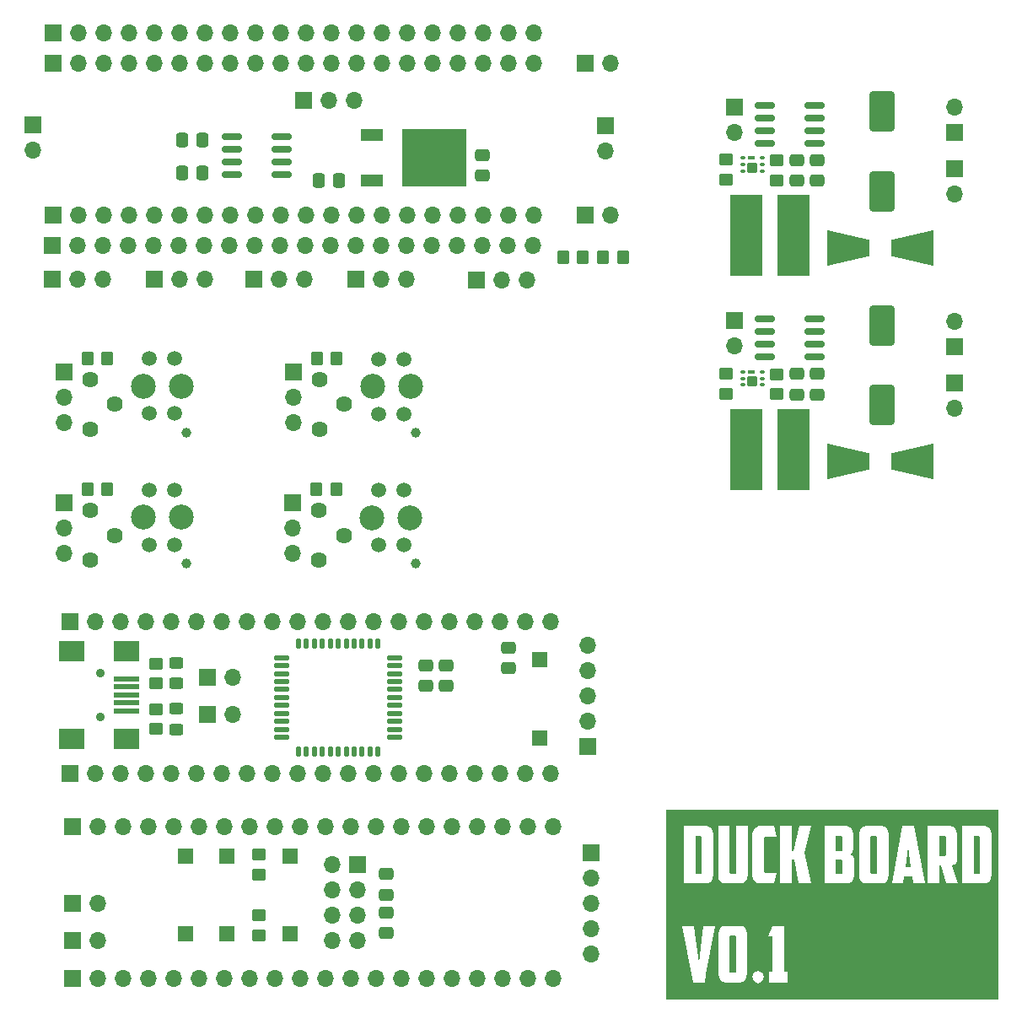
<source format=gbr>
%TF.GenerationSoftware,KiCad,Pcbnew,6.0.7+dfsg-1~bpo11+1*%
%TF.CreationDate,2022-09-15T22:54:34-04:00*%
%TF.ProjectId,COMPLETE_PCB,434f4d50-4c45-4544-955f-5043422e6b69,rev?*%
%TF.SameCoordinates,Original*%
%TF.FileFunction,Soldermask,Top*%
%TF.FilePolarity,Negative*%
%FSLAX46Y46*%
G04 Gerber Fmt 4.6, Leading zero omitted, Abs format (unit mm)*
G04 Created by KiCad (PCBNEW 6.0.7+dfsg-1~bpo11+1) date 2022-09-15 22:54:34*
%MOMM*%
%LPD*%
G01*
G04 APERTURE LIST*
G04 Aperture macros list*
%AMRoundRect*
0 Rectangle with rounded corners*
0 $1 Rounding radius*
0 $2 $3 $4 $5 $6 $7 $8 $9 X,Y pos of 4 corners*
0 Add a 4 corners polygon primitive as box body*
4,1,4,$2,$3,$4,$5,$6,$7,$8,$9,$2,$3,0*
0 Add four circle primitives for the rounded corners*
1,1,$1+$1,$2,$3*
1,1,$1+$1,$4,$5*
1,1,$1+$1,$6,$7*
1,1,$1+$1,$8,$9*
0 Add four rect primitives between the rounded corners*
20,1,$1+$1,$2,$3,$4,$5,0*
20,1,$1+$1,$4,$5,$6,$7,0*
20,1,$1+$1,$6,$7,$8,$9,0*
20,1,$1+$1,$8,$9,$2,$3,0*%
%AMOutline4P*
0 Free polygon, 4 corners , with rotation*
0 The origin of the aperture is its center*
0 number of corners: always 4*
0 $1 to $8 corner X, Y*
0 $9 Rotation angle, in degrees counterclockwise*
0 create outline with 4 corners*
4,1,4,$1,$2,$3,$4,$5,$6,$7,$8,$1,$2,$9*%
G04 Aperture macros list end*
%ADD10O,1.700000X1.700000*%
%ADD11R,1.700000X1.700000*%
%ADD12R,1.500000X1.500000*%
%ADD13RoundRect,0.250000X-0.450000X0.325000X-0.450000X-0.325000X0.450000X-0.325000X0.450000X0.325000X0*%
%ADD14RoundRect,0.250000X-0.475000X0.337500X-0.475000X-0.337500X0.475000X-0.337500X0.475000X0.337500X0*%
%ADD15RoundRect,0.250000X-0.450000X0.350000X-0.450000X-0.350000X0.450000X-0.350000X0.450000X0.350000X0*%
%ADD16RoundRect,0.250000X0.475000X-0.337500X0.475000X0.337500X-0.475000X0.337500X-0.475000X-0.337500X0*%
%ADD17RoundRect,0.137500X0.137500X-0.362500X0.137500X0.362500X-0.137500X0.362500X-0.137500X-0.362500X0*%
%ADD18RoundRect,0.137500X0.600000X-0.137500X0.600000X0.137500X-0.600000X0.137500X-0.600000X-0.137500X0*%
%ADD19RoundRect,0.250000X0.450000X-0.350000X0.450000X0.350000X-0.450000X0.350000X-0.450000X-0.350000X0*%
%ADD20RoundRect,0.250000X0.450000X-0.325000X0.450000X0.325000X-0.450000X0.325000X-0.450000X-0.325000X0*%
%ADD21C,0.900000*%
%ADD22R,2.500000X0.500000*%
%ADD23R,2.500000X2.000000*%
%ADD24R,2.200000X1.200000*%
%ADD25R,6.400000X5.800000*%
%ADD26RoundRect,0.250000X0.337500X0.475000X-0.337500X0.475000X-0.337500X-0.475000X0.337500X-0.475000X0*%
%ADD27C,1.000000*%
%ADD28C,2.500000*%
%ADD29C,1.500000*%
%ADD30C,1.620000*%
%ADD31RoundRect,0.250000X-0.350000X-0.450000X0.350000X-0.450000X0.350000X0.450000X-0.350000X0.450000X0*%
%ADD32RoundRect,0.250000X0.350000X0.450000X-0.350000X0.450000X-0.350000X-0.450000X0.350000X-0.450000X0*%
%ADD33RoundRect,0.150000X-0.825000X-0.150000X0.825000X-0.150000X0.825000X0.150000X-0.825000X0.150000X0*%
%ADD34RoundRect,0.050100X0.174900X0.099900X-0.174900X0.099900X-0.174900X-0.099900X0.174900X-0.099900X0*%
%ADD35RoundRect,0.050100X0.324900X0.099900X-0.324900X0.099900X-0.324900X-0.099900X0.324900X-0.099900X0*%
%ADD36RoundRect,0.050350X0.449650X0.424650X-0.449650X0.424650X-0.449650X-0.424650X0.449650X-0.424650X0*%
%ADD37RoundRect,0.150000X0.825000X0.150000X-0.825000X0.150000X-0.825000X-0.150000X0.825000X-0.150000X0*%
%ADD38R,3.300000X8.200000*%
%ADD39RoundRect,0.250000X1.000000X-1.750000X1.000000X1.750000X-1.000000X1.750000X-1.000000X-1.750000X0*%
%ADD40Outline4P,-2.150000X-1.800000X2.150000X-0.800000X2.150000X0.800000X-2.150000X1.800000X180.000000*%
%ADD41Outline4P,-2.150000X-1.800000X2.150000X-0.800000X2.150000X0.800000X-2.150000X1.800000X0.000000*%
G04 APERTURE END LIST*
%TO.C,kibuzzard-6323E4DF*%
G36*
X90288018Y-101688972D02*
G01*
X123631982Y-101688972D01*
X123631982Y-120751028D01*
X90288018Y-120751028D01*
X90288018Y-113349537D01*
X91941663Y-113349537D01*
X92989570Y-119019180D01*
X94170420Y-119019180D01*
X94314959Y-118237161D01*
X95531134Y-118237161D01*
X95718819Y-118796305D01*
X95957335Y-118963461D01*
X96297513Y-119019180D01*
X97689508Y-119019180D01*
X98029687Y-118963461D01*
X98268203Y-118796305D01*
X98369264Y-118495227D01*
X98925099Y-118495227D01*
X99104964Y-118921428D01*
X99535075Y-119097382D01*
X99965186Y-118921428D01*
X100145050Y-118495227D01*
X99965186Y-118065116D01*
X99864462Y-118022995D01*
X99535075Y-117885252D01*
X99104964Y-118065116D01*
X98925099Y-118495227D01*
X98369264Y-118495227D01*
X98455888Y-118237161D01*
X98455888Y-114405264D01*
X100512599Y-114405264D01*
X100981811Y-114405264D01*
X100981811Y-117963454D01*
X100614262Y-117963454D01*
X100614262Y-119019180D01*
X102530210Y-119019180D01*
X102530210Y-117963454D01*
X102147021Y-117963454D01*
X102147021Y-113349537D01*
X100934890Y-113349537D01*
X100512599Y-114405264D01*
X98455888Y-114405264D01*
X98455888Y-114131557D01*
X98268203Y-113572413D01*
X98029687Y-113405256D01*
X97689508Y-113349537D01*
X96297513Y-113349537D01*
X95957335Y-113405256D01*
X95718819Y-113572413D01*
X95531134Y-114131557D01*
X95531134Y-118237161D01*
X94314959Y-118237161D01*
X95218326Y-113349537D01*
X94068757Y-113349537D01*
X93967095Y-114061175D01*
X93576085Y-117009390D01*
X93192895Y-114076816D01*
X93091232Y-113349537D01*
X91941663Y-113349537D01*
X90288018Y-113349537D01*
X90288018Y-109097305D01*
X92101587Y-109097305D01*
X94141524Y-109097305D01*
X94566180Y-109045712D01*
X94840024Y-108890930D01*
X94988852Y-108617087D01*
X95038462Y-108208305D01*
X95514712Y-108208305D01*
X95564321Y-108617087D01*
X95713149Y-108890930D01*
X95986993Y-109045712D01*
X96411649Y-109097305D01*
X97594337Y-109097305D01*
X98018993Y-109045712D01*
X98292837Y-108890930D01*
X98441665Y-108617087D01*
X98491274Y-108208305D01*
X98967524Y-108208305D01*
X99017133Y-108617087D01*
X99165962Y-108890930D01*
X99439805Y-109045712D01*
X99864462Y-109097305D01*
X101150337Y-109097305D01*
X101753587Y-109097305D01*
X102928337Y-109097305D01*
X102928337Y-106723993D01*
X103158524Y-106723993D01*
X103610962Y-109097305D01*
X104873024Y-109097305D01*
X106190649Y-109097305D01*
X108278212Y-109097305D01*
X108702868Y-109045712D01*
X108976712Y-108890930D01*
X109125540Y-108617087D01*
X109166479Y-108279743D01*
X109651399Y-108279743D01*
X109691087Y-108593274D01*
X109826024Y-108851243D01*
X110080024Y-109029837D01*
X110476899Y-109097305D01*
X111810399Y-109097305D01*
X112953399Y-109097305D01*
X114112274Y-109097305D01*
X114215462Y-108382930D01*
X115001274Y-108382930D01*
X115104462Y-109097305D01*
X116263337Y-109097305D01*
X116580837Y-109097305D01*
X117731774Y-109097305D01*
X117731774Y-107263743D01*
X117882587Y-107263743D01*
X118438212Y-109097305D01*
X119628837Y-109097305D01*
X120033649Y-109097305D01*
X122073587Y-109097305D01*
X122498243Y-109045712D01*
X122772087Y-108890930D01*
X122920915Y-108617087D01*
X122970524Y-108208305D01*
X122970524Y-104041118D01*
X122799868Y-103533118D01*
X122287899Y-103342618D01*
X120033649Y-103342618D01*
X120033649Y-109097305D01*
X119628837Y-109097305D01*
X119025587Y-107263743D01*
X119410555Y-107104993D01*
X119541524Y-106755743D01*
X119541524Y-104088743D01*
X119354993Y-103545024D01*
X119113891Y-103393219D01*
X118763649Y-103342618D01*
X116580837Y-103342618D01*
X116580837Y-109097305D01*
X116263337Y-109097305D01*
X115223524Y-103342618D01*
X113993212Y-103342618D01*
X112953399Y-109097305D01*
X111810399Y-109097305D01*
X112207274Y-109029837D01*
X112461274Y-108851243D01*
X112596212Y-108593274D01*
X112635899Y-108279743D01*
X112635899Y-104088743D01*
X112449368Y-103545024D01*
X112208266Y-103393219D01*
X111858024Y-103342618D01*
X110429274Y-103342618D01*
X110079032Y-103393219D01*
X109837930Y-103545024D01*
X109651399Y-104088743D01*
X109651399Y-108279743D01*
X109166479Y-108279743D01*
X109175149Y-108208305D01*
X109175149Y-106716055D01*
X109067993Y-106374743D01*
X108722712Y-106208055D01*
X109036243Y-105989774D01*
X109119587Y-105620680D01*
X109119587Y-104041118D01*
X108948930Y-103533118D01*
X108436962Y-103342618D01*
X106190649Y-103342618D01*
X106190649Y-109097305D01*
X104873024Y-109097305D01*
X104190399Y-105993743D01*
X104880962Y-103342618D01*
X103690337Y-103342618D01*
X103102962Y-105811180D01*
X102928337Y-105811180D01*
X102928337Y-103342618D01*
X101753587Y-103342618D01*
X101753587Y-109097305D01*
X101150337Y-109097305D01*
X101356712Y-108025743D01*
X100253399Y-108025743D01*
X100150212Y-107914618D01*
X100150212Y-104525305D01*
X100253399Y-104414180D01*
X101356712Y-104414180D01*
X101158274Y-103342618D01*
X99642212Y-103342618D01*
X99161993Y-103525180D01*
X98967524Y-104049055D01*
X98967524Y-108208305D01*
X98491274Y-108208305D01*
X98491274Y-103342618D01*
X97316524Y-103342618D01*
X97316524Y-107962243D01*
X97296680Y-108057493D01*
X97205399Y-108089243D01*
X96800587Y-108089243D01*
X96709305Y-108057493D01*
X96689462Y-107962243D01*
X96689462Y-103342618D01*
X95514712Y-103342618D01*
X95514712Y-108208305D01*
X95038462Y-108208305D01*
X95038462Y-104041118D01*
X94867805Y-103533118D01*
X94355837Y-103342618D01*
X92101587Y-103342618D01*
X92101587Y-109097305D01*
X90288018Y-109097305D01*
X90288018Y-101688972D01*
G37*
G36*
X111469087Y-104461805D02*
G01*
X111469087Y-107970180D01*
X111449243Y-108061462D01*
X111357962Y-108089243D01*
X110921399Y-108089243D01*
X110830118Y-108061462D01*
X110810274Y-107970180D01*
X110810274Y-104461805D01*
X110913462Y-104350680D01*
X111365899Y-104350680D01*
X111469087Y-104461805D01*
G37*
G36*
X121827524Y-104461805D02*
G01*
X121827524Y-107970180D01*
X121807680Y-108061462D01*
X121716399Y-108089243D01*
X121176649Y-108089243D01*
X121176649Y-104350680D01*
X121724337Y-104350680D01*
X121827524Y-104461805D01*
G37*
G36*
X93895462Y-104461805D02*
G01*
X93895462Y-107970180D01*
X93875618Y-108061462D01*
X93784337Y-108089243D01*
X93244587Y-108089243D01*
X93244587Y-104350680D01*
X93792274Y-104350680D01*
X93895462Y-104461805D01*
G37*
G36*
X97306319Y-114452185D02*
G01*
X97306319Y-117908712D01*
X97286768Y-117998645D01*
X97196836Y-118026015D01*
X96782365Y-118026015D01*
X96692433Y-117998645D01*
X96672883Y-117908712D01*
X96672883Y-114452185D01*
X96774545Y-114342702D01*
X97204656Y-114342702D01*
X97306319Y-114452185D01*
G37*
G36*
X114874274Y-107470118D02*
G01*
X114342462Y-107470118D01*
X114612337Y-105430180D01*
X114874274Y-107470118D01*
G37*
G36*
X118406462Y-104469743D02*
G01*
X118406462Y-106215993D01*
X118295337Y-106335055D01*
X117731774Y-106335055D01*
X117731774Y-104350680D01*
X118295337Y-104350680D01*
X118406462Y-104469743D01*
G37*
G36*
X108016274Y-104461805D02*
G01*
X108016274Y-105707993D01*
X107976587Y-105823087D01*
X107873399Y-105858805D01*
X107333649Y-105858805D01*
X107333649Y-104350680D01*
X107913087Y-104350680D01*
X108016274Y-104461805D01*
G37*
G36*
X107984524Y-106767649D02*
G01*
X108032149Y-106898618D01*
X108032149Y-107970180D01*
X108008337Y-108061462D01*
X107913087Y-108089243D01*
X107333649Y-108089243D01*
X107333649Y-106731930D01*
X107857524Y-106731930D01*
X107984524Y-106767649D01*
G37*
%TD*%
D10*
%TO.C,J7*%
X78991800Y-103373499D03*
X76451800Y-103373499D03*
X73911800Y-103373499D03*
X71371800Y-103373499D03*
X68831800Y-103373499D03*
X66291800Y-103373499D03*
X63751800Y-103373499D03*
X61211800Y-103373499D03*
X58671800Y-103373499D03*
X56131800Y-103373499D03*
X53591800Y-103373499D03*
X51051800Y-103373499D03*
X48511800Y-103373499D03*
X45971800Y-103373499D03*
X43431800Y-103373499D03*
X40891800Y-103373499D03*
X38351800Y-103373499D03*
X35811800Y-103373499D03*
X33271800Y-103373499D03*
D11*
X30731800Y-103373499D03*
%TD*%
D10*
%TO.C,J4*%
X78991800Y-118613499D03*
X76451800Y-118613499D03*
X73911800Y-118613499D03*
X71371800Y-118613499D03*
X68831800Y-118613499D03*
X66291800Y-118613499D03*
X63751800Y-118613499D03*
X61211800Y-118613499D03*
X58671800Y-118613499D03*
X56131800Y-118613499D03*
X53591800Y-118613499D03*
X51051800Y-118613499D03*
X48511800Y-118613499D03*
X45971800Y-118613499D03*
X43431800Y-118613499D03*
X40891800Y-118613499D03*
X38351800Y-118613499D03*
X35811800Y-118613499D03*
X33271800Y-118613499D03*
D11*
X30731800Y-118613499D03*
%TD*%
D10*
%TO.C,J3*%
X78661200Y-98044099D03*
X76121200Y-98044099D03*
X73581200Y-98044099D03*
X71041200Y-98044099D03*
X68501200Y-98044099D03*
X65961200Y-98044099D03*
X63421200Y-98044099D03*
X60881200Y-98044099D03*
X58341200Y-98044099D03*
X55801200Y-98044099D03*
X53261200Y-98044099D03*
X50721200Y-98044099D03*
X48181200Y-98044099D03*
X45641200Y-98044099D03*
X43101200Y-98044099D03*
X40561200Y-98044099D03*
X38021200Y-98044099D03*
X35481200Y-98044099D03*
X32941200Y-98044099D03*
D11*
X30401200Y-98044099D03*
%TD*%
D12*
%TO.C,SW2*%
X46225600Y-106344299D03*
X46225600Y-114144299D03*
%TD*%
D13*
%TO.C,D4*%
X41117400Y-91570899D03*
X41117400Y-93620899D03*
%TD*%
D14*
%TO.C,C6*%
X74471200Y-85416599D03*
X74471200Y-87491599D03*
%TD*%
%TO.C,C1*%
X66161200Y-87176599D03*
X66161200Y-89251599D03*
%TD*%
D10*
%TO.C,JP4*%
X33241200Y-111133299D03*
D11*
X30701200Y-111133299D03*
%TD*%
D10*
%TO.C,JP3*%
X33241200Y-114818099D03*
D11*
X30701200Y-114818099D03*
%TD*%
D15*
%TO.C,R6*%
X49400600Y-108196299D03*
X49400600Y-106196299D03*
%TD*%
D16*
%TO.C,C11*%
X62151400Y-108165399D03*
X62151400Y-110240399D03*
%TD*%
D11*
%TO.C,JP2*%
X44211200Y-88430299D03*
D10*
X46751200Y-88430299D03*
%TD*%
D11*
%TO.C,JP1*%
X44216200Y-92087899D03*
D10*
X46756200Y-92087899D03*
%TD*%
D17*
%TO.C,U1*%
X53374600Y-95845699D03*
X54174600Y-95845699D03*
X54974600Y-95845699D03*
X55774600Y-95845699D03*
X56574600Y-95845699D03*
X57374600Y-95845699D03*
X58174600Y-95845699D03*
X58974600Y-95845699D03*
X59774600Y-95845699D03*
X60574600Y-95845699D03*
X61374600Y-95845699D03*
D18*
X63037100Y-94424099D03*
X63037100Y-93624099D03*
X63037100Y-92824099D03*
X63037100Y-92024099D03*
X63037100Y-91224099D03*
X63037100Y-90424099D03*
X63037100Y-89624099D03*
X63037100Y-88824099D03*
X63037100Y-88024099D03*
X63037100Y-87224099D03*
X63037100Y-86424099D03*
D17*
X61374600Y-85002499D03*
X60574600Y-85002499D03*
X59774600Y-85002499D03*
X58974600Y-85002499D03*
X58174600Y-85002499D03*
X57374600Y-85002499D03*
X56574600Y-85002499D03*
X55774600Y-85002499D03*
X54974600Y-85002499D03*
X54174600Y-85002499D03*
X53374600Y-85002499D03*
D18*
X51712100Y-86424099D03*
X51712100Y-87224099D03*
X51712100Y-88024099D03*
X51712100Y-88824099D03*
X51712100Y-89624099D03*
X51712100Y-90424099D03*
X51712100Y-91224099D03*
X51712100Y-92024099D03*
X51712100Y-92824099D03*
X51712100Y-93624099D03*
X51712100Y-94424099D03*
%TD*%
D11*
%TO.C,J5*%
X82412000Y-95333699D03*
D10*
X82412000Y-92793699D03*
X82412000Y-90253699D03*
X82412000Y-87713699D03*
X82412000Y-85173699D03*
%TD*%
D19*
%TO.C,R10*%
X39110800Y-93579899D03*
X39110800Y-91579899D03*
%TD*%
D14*
%TO.C,C12*%
X62151400Y-114075799D03*
X62151400Y-112000799D03*
%TD*%
D12*
%TO.C,SW1*%
X77566400Y-94463899D03*
X77566400Y-86663899D03*
%TD*%
D10*
%TO.C,J2*%
X56761200Y-114775499D03*
X59301200Y-114775499D03*
X56761200Y-112235499D03*
X59301200Y-112235499D03*
X56761200Y-109695499D03*
X59301200Y-109695499D03*
X56761200Y-107155499D03*
D11*
X59301200Y-107155499D03*
%TD*%
D10*
%TO.C,J8*%
X82775800Y-116192499D03*
X82775800Y-113652499D03*
X82775800Y-111112499D03*
X82775800Y-108572499D03*
D11*
X82775800Y-106032499D03*
%TD*%
D20*
%TO.C,D3*%
X41117400Y-88998099D03*
X41117400Y-86948099D03*
%TD*%
D15*
%TO.C,R5*%
X49375200Y-114292299D03*
X49375200Y-112292299D03*
%TD*%
%TO.C,R9*%
X39110800Y-87007899D03*
X39110800Y-89007899D03*
%TD*%
D12*
%TO.C,SW3*%
X42060000Y-106344299D03*
X42060000Y-114144299D03*
%TD*%
D11*
%TO.C,J6*%
X30401200Y-82804099D03*
D10*
X32941200Y-82804099D03*
X35481200Y-82804099D03*
X38021200Y-82804099D03*
X40561200Y-82804099D03*
X43101200Y-82804099D03*
X45641200Y-82804099D03*
X48181200Y-82804099D03*
X50721200Y-82804099D03*
X53261200Y-82804099D03*
X55801200Y-82804099D03*
X58341200Y-82804099D03*
X60881200Y-82804099D03*
X63421200Y-82804099D03*
X65961200Y-82804099D03*
X68501200Y-82804099D03*
X71041200Y-82804099D03*
X73581200Y-82804099D03*
X76121200Y-82804099D03*
X78661200Y-82804099D03*
%TD*%
D12*
%TO.C,SW4*%
X52524800Y-114144299D03*
X52524800Y-106344299D03*
%TD*%
D14*
%TO.C,C8*%
X68181200Y-87176599D03*
X68181200Y-89251599D03*
%TD*%
D21*
%TO.C,J1*%
X33497400Y-87953899D03*
X33497400Y-92353899D03*
D22*
X36097400Y-88553899D03*
X36097400Y-89353899D03*
X36097400Y-90153899D03*
X36097400Y-90953899D03*
X36097400Y-91753899D03*
D23*
X36097400Y-85753899D03*
X36097400Y-94553899D03*
X30597400Y-94553899D03*
X30597400Y-85753899D03*
%TD*%
D24*
%TO.C,U4*%
X60760000Y-33980000D03*
D25*
X67060000Y-36260000D03*
D24*
X60760000Y-38540000D03*
%TD*%
D26*
%TO.C,C5*%
X43747500Y-37760000D03*
X41672500Y-37760000D03*
%TD*%
D11*
%TO.C,J3*%
X26710000Y-32985000D03*
D10*
X26710000Y-35525000D03*
%TD*%
D27*
%TO.C,U7*%
X42150000Y-77000000D03*
D28*
X41600000Y-72350000D03*
X37800000Y-72350000D03*
D29*
X38430000Y-69600000D03*
X40970000Y-69600000D03*
X38430000Y-75100000D03*
X40970000Y-75100000D03*
%TD*%
D30*
%TO.C,RV4*%
X55460000Y-71660000D03*
X57960000Y-74160000D03*
X55460000Y-76660000D03*
%TD*%
D11*
%TO.C,J7*%
X29830000Y-57740000D03*
D10*
X29830000Y-60280000D03*
X29830000Y-62820000D03*
%TD*%
D31*
%TO.C,R3*%
X32210000Y-56380000D03*
X34210000Y-56380000D03*
%TD*%
%TO.C,R5*%
X32210000Y-69540000D03*
X34210000Y-69540000D03*
%TD*%
D11*
%TO.C,J9*%
X71290000Y-48500000D03*
D10*
X73830000Y-48500000D03*
X76370000Y-48500000D03*
%TD*%
D11*
%TO.C,J15*%
X28700000Y-45090000D03*
D10*
X31240000Y-45090000D03*
X33780000Y-45090000D03*
X36320000Y-45090000D03*
X38860000Y-45090000D03*
X41400000Y-45090000D03*
X43940000Y-45090000D03*
X46480000Y-45090000D03*
X49020000Y-45090000D03*
X51560000Y-45090000D03*
X54100000Y-45090000D03*
X56640000Y-45090000D03*
X59180000Y-45090000D03*
X61720000Y-45090000D03*
X64260000Y-45090000D03*
X66800000Y-45090000D03*
X69340000Y-45090000D03*
X71880000Y-45090000D03*
X74420000Y-45090000D03*
X76960000Y-45090000D03*
%TD*%
D11*
%TO.C,J17*%
X59185000Y-48470000D03*
D10*
X61725000Y-48470000D03*
X64265000Y-48470000D03*
%TD*%
D11*
%TO.C,J10*%
X29830000Y-70900000D03*
D10*
X29830000Y-73440000D03*
X29830000Y-75980000D03*
%TD*%
D28*
%TO.C,U6*%
X64620000Y-59210000D03*
X60820000Y-59210000D03*
D27*
X65170000Y-63860000D03*
D29*
X61450000Y-56460000D03*
X63990000Y-56460000D03*
X61450000Y-61960000D03*
X63990000Y-61960000D03*
%TD*%
D30*
%TO.C,RV1*%
X32470000Y-58490000D03*
X34970000Y-60990000D03*
X32470000Y-63490000D03*
%TD*%
D11*
%TO.C,J6*%
X28710000Y-42000000D03*
D10*
X31250000Y-42000000D03*
X33790000Y-42000000D03*
X36330000Y-42000000D03*
X38870000Y-42000000D03*
X41410000Y-42000000D03*
X43950000Y-42000000D03*
X46490000Y-42000000D03*
X49030000Y-42000000D03*
X51570000Y-42000000D03*
X54110000Y-42000000D03*
X56650000Y-42000000D03*
X59190000Y-42000000D03*
X61730000Y-42000000D03*
X64270000Y-42000000D03*
X66810000Y-42000000D03*
X69350000Y-42000000D03*
X71890000Y-42000000D03*
X74430000Y-42000000D03*
X76970000Y-42000000D03*
%TD*%
D28*
%TO.C,U5*%
X37800000Y-59190000D03*
X41600000Y-59190000D03*
D27*
X42150000Y-63840000D03*
D29*
X38430000Y-56440000D03*
X40970000Y-56440000D03*
X38430000Y-61940000D03*
X40970000Y-61940000D03*
%TD*%
D28*
%TO.C,U8*%
X60790000Y-72360000D03*
D27*
X65140000Y-77010000D03*
D28*
X64590000Y-72360000D03*
D29*
X61420000Y-69610000D03*
X63960000Y-69610000D03*
X61420000Y-75110000D03*
X63960000Y-75110000D03*
%TD*%
D30*
%TO.C,RV2*%
X55490000Y-58510000D03*
X57990000Y-61010000D03*
X55490000Y-63510000D03*
%TD*%
D31*
%TO.C,R4*%
X55230000Y-56400000D03*
X57230000Y-56400000D03*
%TD*%
D11*
%TO.C,JP1*%
X53860000Y-30510000D03*
D10*
X56400000Y-30510000D03*
X58940000Y-30510000D03*
%TD*%
D11*
%TO.C,J12*%
X28700000Y-48480000D03*
D10*
X31240000Y-48480000D03*
X33780000Y-48480000D03*
%TD*%
D11*
%TO.C,J5*%
X28710000Y-26785400D03*
D10*
X31250000Y-26785400D03*
X33790000Y-26785400D03*
X36330000Y-26785400D03*
X38870000Y-26785400D03*
X41410000Y-26785400D03*
X43950000Y-26785400D03*
X46490000Y-26785400D03*
X49030000Y-26785400D03*
X51570000Y-26785400D03*
X54110000Y-26785400D03*
X56650000Y-26785400D03*
X59190000Y-26785400D03*
X61730000Y-26785400D03*
X64270000Y-26785400D03*
X66810000Y-26785400D03*
X69350000Y-26785400D03*
X71890000Y-26785400D03*
X74430000Y-26785400D03*
X76970000Y-26785400D03*
%TD*%
D26*
%TO.C,C9*%
X57460000Y-38510000D03*
X55385000Y-38510000D03*
%TD*%
D11*
%TO.C,J4*%
X84210000Y-33010000D03*
D10*
X84210000Y-35550000D03*
%TD*%
D11*
%TO.C,J14*%
X28710000Y-23680000D03*
D10*
X31250000Y-23680000D03*
X33790000Y-23680000D03*
X36330000Y-23680000D03*
X38870000Y-23680000D03*
X41410000Y-23680000D03*
X43950000Y-23680000D03*
X46490000Y-23680000D03*
X49030000Y-23680000D03*
X51570000Y-23680000D03*
X54110000Y-23680000D03*
X56650000Y-23680000D03*
X59190000Y-23680000D03*
X61730000Y-23680000D03*
X64270000Y-23680000D03*
X66810000Y-23680000D03*
X69350000Y-23680000D03*
X71890000Y-23680000D03*
X74430000Y-23680000D03*
X76970000Y-23680000D03*
%TD*%
D26*
%TO.C,C8*%
X43747500Y-34510000D03*
X41672500Y-34510000D03*
%TD*%
D14*
%TO.C,C12*%
X71885000Y-35972500D03*
X71885000Y-38047500D03*
%TD*%
D11*
%TO.C,J13*%
X38920000Y-48480000D03*
D10*
X41460000Y-48480000D03*
X44000000Y-48480000D03*
%TD*%
D30*
%TO.C,RV3*%
X32470000Y-71650000D03*
X34970000Y-74150000D03*
X32470000Y-76650000D03*
%TD*%
D11*
%TO.C,J8*%
X52850000Y-57760000D03*
D10*
X52850000Y-60300000D03*
X52850000Y-62840000D03*
%TD*%
D32*
%TO.C,R8*%
X85960000Y-46260000D03*
X83960000Y-46260000D03*
%TD*%
D11*
%TO.C,J11*%
X52820000Y-70910000D03*
D10*
X52820000Y-73450000D03*
X52820000Y-75990000D03*
%TD*%
D11*
%TO.C,J16*%
X48930000Y-48470000D03*
D10*
X51470000Y-48470000D03*
X54010000Y-48470000D03*
%TD*%
D33*
%TO.C,U2*%
X46735000Y-34105000D03*
X46735000Y-35375000D03*
X46735000Y-36645000D03*
X46735000Y-37915000D03*
X51685000Y-37915000D03*
X51685000Y-36645000D03*
X51685000Y-35375000D03*
X51685000Y-34105000D03*
%TD*%
D31*
%TO.C,R6*%
X55200000Y-69550000D03*
X57200000Y-69550000D03*
%TD*%
D11*
%TO.C,J2*%
X82185000Y-26760000D03*
D10*
X84725000Y-26760000D03*
%TD*%
D11*
%TO.C,J1*%
X82185000Y-42010000D03*
D10*
X84725000Y-42010000D03*
%TD*%
D31*
%TO.C,R7*%
X79960000Y-46260000D03*
X81960000Y-46260000D03*
%TD*%
D11*
%TO.C,J3*%
X97135000Y-31143173D03*
D10*
X97135000Y-33683173D03*
%TD*%
D14*
%TO.C,Ccomp3*%
X103415000Y-36490673D03*
X103415000Y-38565673D03*
%TD*%
D34*
%TO.C,Q2*%
X99920000Y-37568173D03*
X99920000Y-36918173D03*
X99920000Y-36268173D03*
X97970000Y-36268173D03*
X97970000Y-36918173D03*
X97970000Y-37568173D03*
D35*
X98850000Y-36268173D03*
D36*
X98945000Y-37243173D03*
%TD*%
D14*
%TO.C,Cfilt2*%
X105435000Y-36490673D03*
X105435000Y-38565673D03*
%TD*%
%TO.C,Ccomp2*%
X103417500Y-57963173D03*
X103417500Y-60038173D03*
%TD*%
D34*
%TO.C,Q1*%
X99922500Y-59040673D03*
X99922500Y-58390673D03*
X99922500Y-57740673D03*
X97972500Y-57740673D03*
X97972500Y-58390673D03*
X97972500Y-59040673D03*
D35*
X98852500Y-57740673D03*
D36*
X98947500Y-58715673D03*
%TD*%
D15*
%TO.C,R1*%
X101427500Y-57980673D03*
X101427500Y-59980673D03*
%TD*%
D37*
%TO.C,U4*%
X105190000Y-34793173D03*
X105190000Y-33523173D03*
X105190000Y-32253173D03*
X105190000Y-30983173D03*
X100240000Y-30983173D03*
X100240000Y-32253173D03*
X100240000Y-33523173D03*
X100240000Y-34793173D03*
%TD*%
D38*
%TO.C,L2*%
X98361000Y-44048173D03*
X103061000Y-44048173D03*
%TD*%
D11*
%TO.C,J6*%
X119235000Y-55178173D03*
D10*
X119235000Y-52638173D03*
%TD*%
D39*
%TO.C,C2*%
X111945000Y-39600673D03*
X111945000Y-31600673D03*
%TD*%
%TO.C,C1*%
X111947500Y-61073173D03*
X111947500Y-53073173D03*
%TD*%
D15*
%TO.C,Rfadj2*%
X96345000Y-36458173D03*
X96345000Y-38458173D03*
%TD*%
D40*
%TO.C,D2*%
X115005000Y-45268173D03*
D41*
X108605000Y-45268173D03*
%TD*%
D14*
%TO.C,Cfilt1*%
X105437500Y-57963173D03*
X105437500Y-60038173D03*
%TD*%
D15*
%TO.C,Rfadj1*%
X96347500Y-57930673D03*
X96347500Y-59930673D03*
%TD*%
%TO.C,R3*%
X101425000Y-36508173D03*
X101425000Y-38508173D03*
%TD*%
D38*
%TO.C,L1*%
X98361000Y-65520673D03*
X103061000Y-65520673D03*
%TD*%
D11*
%TO.C,J5*%
X119255000Y-37368173D03*
D10*
X119255000Y-39908173D03*
%TD*%
D11*
%TO.C,J4*%
X119245000Y-33703173D03*
D10*
X119245000Y-31163173D03*
%TD*%
D37*
%TO.C,U3*%
X105192500Y-56265673D03*
X105192500Y-54995673D03*
X105192500Y-53725673D03*
X105192500Y-52455673D03*
X100242500Y-52455673D03*
X100242500Y-53725673D03*
X100242500Y-54995673D03*
X100242500Y-56265673D03*
%TD*%
D11*
%TO.C,J1*%
X97137500Y-52615673D03*
D10*
X97137500Y-55155673D03*
%TD*%
D40*
%TO.C,D1*%
X115007500Y-66740673D03*
D41*
X108607500Y-66740673D03*
%TD*%
D11*
%TO.C,J2*%
X119235000Y-58858173D03*
D10*
X119235000Y-61398173D03*
%TD*%
M02*

</source>
